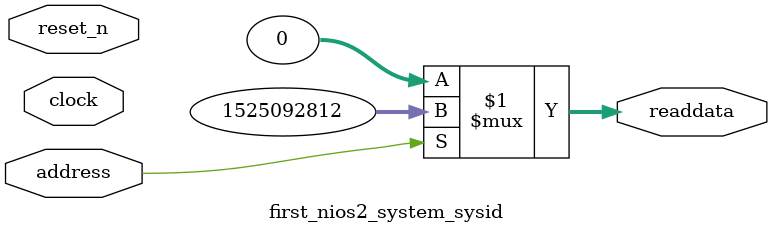
<source format=v>

`timescale 1ns / 1ps
// synthesis translate_on

// turn off superfluous verilog processor warnings 
// altera message_level Level1 
// altera message_off 10034 10035 10036 10037 10230 10240 10030 

module first_nios2_system_sysid (
               // inputs:
                address,
                clock,
                reset_n,

               // outputs:
                readdata
             )
;

  output  [ 31: 0] readdata;
  input            address;
  input            clock;
  input            reset_n;

  wire    [ 31: 0] readdata;
  //control_slave, which is an e_avalon_slave
  assign readdata = address ? 1525092812 : 0;

endmodule




</source>
